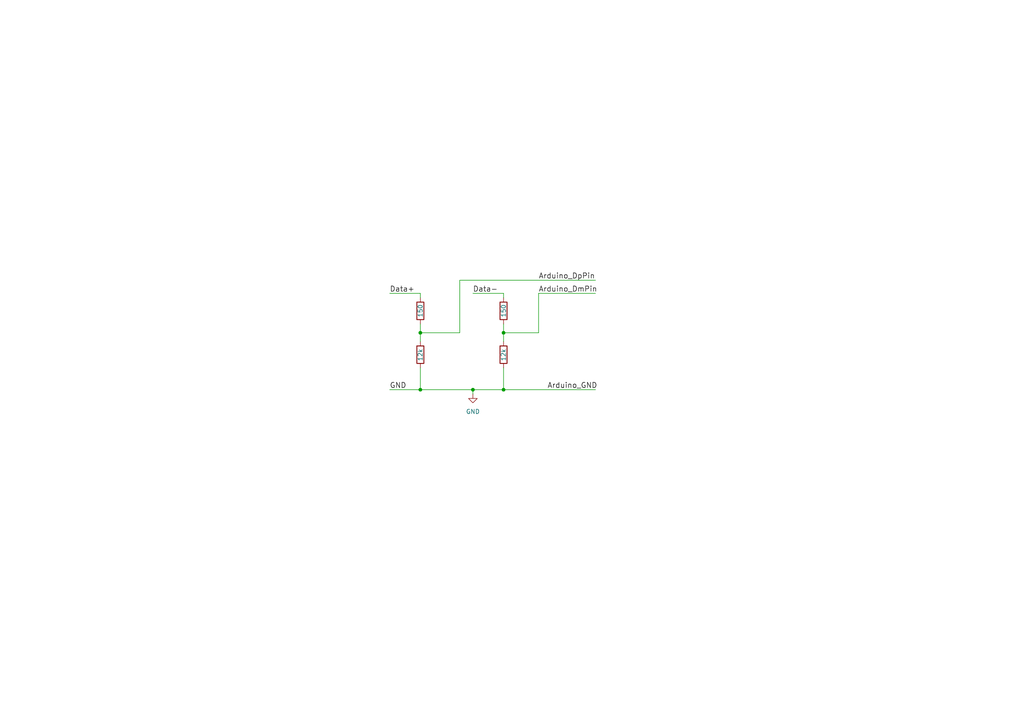
<source format=kicad_sch>
(kicad_sch (version 20211123) (generator eeschema)
  (paper "A4")
  (lib_symbols
    (symbol "Device:R" (pin_numbers hide) (pin_names (offset 0))
      (property "Reference" "R" (at 2.032 0 90))
      (property "Value" "R" (at 0 0 90))
      (symbol "R_0_1"
        (rectangle (start -1.016 -2.54) (end 1.016 2.54) (stroke (width 0.254)))
      )
      (symbol "R_1_1"
        (pin passive line (at 0 3.81 270) (length 1.27) (name "~") (number "1"))
        (pin passive line (at 0 -3.81 90) (length 1.27) (name "~") (number "2"))
      )
    )
    (symbol "power:GND" (power) (pin_names (offset 0))
      (property "Value" "GND" (at 0 -3.81 0))
      (symbol "GND_0_1"
        (polyline (pts (xy 0 0) (xy 0 -1.27) (xy 1.27 -1.27) (xy 0 -2.54) (xy -1.27 -1.27) (xy 0 -1.27)))
      )
      (symbol "GND_1_1"
        (pin power_in line (at 0 0 270) (length 0) hide (name "GND") (number "1"))
      )
    )
  )
  (junction (at 146.05 113.03))
  (junction (at 137.16 113.03))
  (junction (at 121.92 96.52))
  (junction (at 121.92 113.03))
  (junction (at 146.05 96.52))
  (wire (pts (xy 121.92 106.68) (xy 121.92 113.03)))
  (wire (pts (xy 121.92 86.36) (xy 121.92 85.09)))
  (wire (pts (xy 156.21 85.09) (xy 172.72 85.09)))
  (wire (pts (xy 146.05 85.09) (xy 137.16 85.09)))
  (wire (pts (xy 146.05 96.52) (xy 156.21 96.52)))
  (wire (pts (xy 146.05 106.68) (xy 146.05 113.03)))
  (wire (pts (xy 146.05 93.98) (xy 146.05 96.52)))
  (wire (pts (xy 133.35 81.28) (xy 172.72 81.28)))
  (wire (pts (xy 121.92 93.98) (xy 121.92 96.52)))
  (wire (pts (xy 146.05 96.52) (xy 146.05 99.06)))
  (wire (pts (xy 137.16 113.03) (xy 146.05 113.03)))
  (wire (pts (xy 146.05 86.36) (xy 146.05 85.09)))
  (wire (pts (xy 121.92 113.03) (xy 137.16 113.03)))
  (wire (pts (xy 137.16 113.03) (xy 137.16 114.3)))
  (wire (pts (xy 121.92 96.52) (xy 133.35 96.52)))
  (wire (pts (xy 156.21 85.09) (xy 156.21 96.52)))
  (wire (pts (xy 113.03 113.03) (xy 121.92 113.03)))
  (wire (pts (xy 146.05 113.03) (xy 172.72 113.03)))
  (wire (pts (xy 113.03 85.09) (xy 121.92 85.09)))
  (wire (pts (xy 121.92 96.52) (xy 121.92 99.06)))
  (wire (pts (xy 133.35 96.52) (xy 133.35 81.28)))
  (label "Arduino_GND" (at 158.75 113.03 0) (effects (font (size 1.524 1.524))))
  (label "Arduino_DmPin" (at 156.21 85.09 0) (effects (font (size 1.524 1.524))))
  (label "Data-" (at 137.16 85.09 0) (effects (font (size 1.524 1.524))))
  (label "GND" (at 113.03 113.03 0) (effects (font (size 1.524 1.524))))
  (label "Data+" (at 113.03 85.09 0) (effects (font (size 1.524 1.524))))
  (label "Arduino_DpPin" (at 156.21 81.28 0) (effects (font (size 1.524 1.524))))
  (symbol (lib_id "Device:R") (at 146.05 102.87 0) (unit 1)
    (property "Reference" "R?" (effects hide))
    (property "Value" "12k" (at 146.05 104.775 90) (effects (justify left)))
  )
  (symbol (lib_id "power:GND") (at 137.16 114.3 0) (unit 1)
    (property "Reference" "#PWR?" (effects hide))
    (property "Value" "GND" (at 137.16 119.38 0))
  )
  (symbol (lib_id "Device:R") (at 121.92 102.87 0) (unit 1)
    (property "Reference" "R?" (effects hide))
    (property "Value" "12k" (at 121.92 104.775 90) (effects (justify left)))
  )
  (symbol (lib_id "Device:R") (at 146.05 90.17 0) (unit 1)
    (property "Reference" "R?" (effects hide))
    (property "Value" "150" (at 146.05 92.075 90) (effects (justify left)))
  )
  (symbol (lib_id "Device:R") (at 121.92 90.17 0) (unit 1)
    (property "Reference" "R?" (effects hide))
    (property "Value" "150" (at 121.92 92.075 90) (effects (justify left)))
  )
)
</source>
